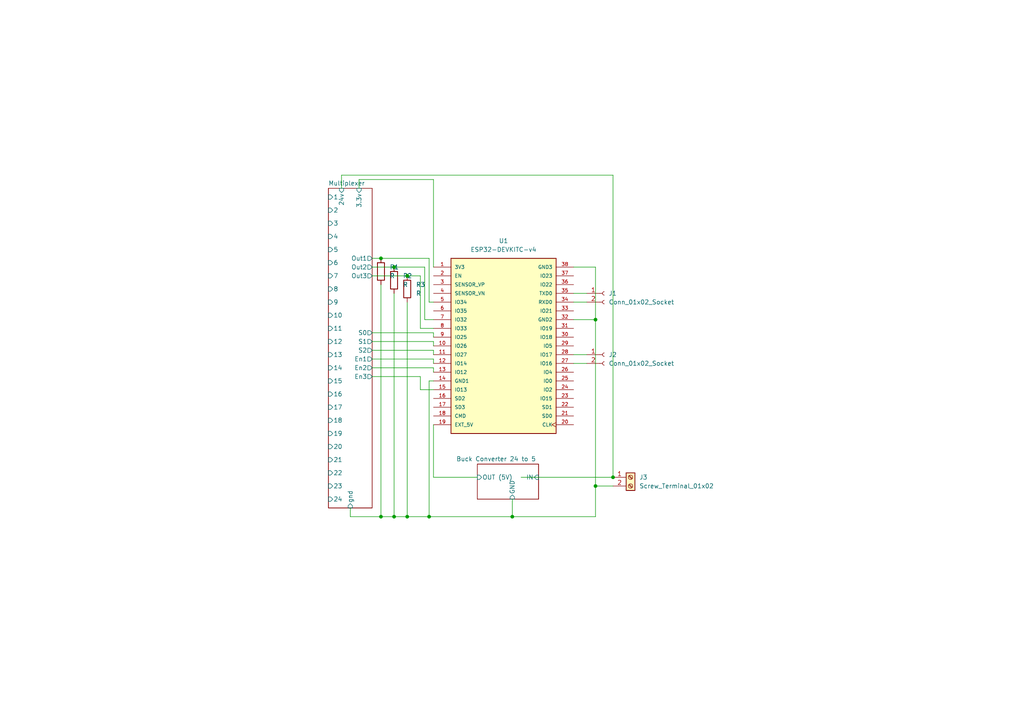
<source format=kicad_sch>
(kicad_sch
	(version 20231120)
	(generator "eeschema")
	(generator_version "8.0")
	(uuid "0f5a95b1-7aa6-4b01-ba70-4905cea68f54")
	(paper "A4")
	(title_block
		(title "Board Monitor Stock Nepel")
		(date "2025-04-21")
		(rev "3")
		(company "Oneject Indonesia")
	)
	(lib_symbols
		(symbol "Connector:Conn_01x02_Socket"
			(pin_names
				(offset 1.016) hide)
			(exclude_from_sim no)
			(in_bom yes)
			(on_board yes)
			(property "Reference" "J"
				(at 0 2.54 0)
				(effects
					(font
						(size 1.27 1.27)
					)
				)
			)
			(property "Value" "Conn_01x02_Socket"
				(at 0 -5.08 0)
				(effects
					(font
						(size 1.27 1.27)
					)
				)
			)
			(property "Footprint" ""
				(at 0 0 0)
				(effects
					(font
						(size 1.27 1.27)
					)
					(hide yes)
				)
			)
			(property "Datasheet" "~"
				(at 0 0 0)
				(effects
					(font
						(size 1.27 1.27)
					)
					(hide yes)
				)
			)
			(property "Description" "Generic connector, single row, 01x02, script generated"
				(at 0 0 0)
				(effects
					(font
						(size 1.27 1.27)
					)
					(hide yes)
				)
			)
			(property "ki_locked" ""
				(at 0 0 0)
				(effects
					(font
						(size 1.27 1.27)
					)
				)
			)
			(property "ki_keywords" "connector"
				(at 0 0 0)
				(effects
					(font
						(size 1.27 1.27)
					)
					(hide yes)
				)
			)
			(property "ki_fp_filters" "Connector*:*_1x??_*"
				(at 0 0 0)
				(effects
					(font
						(size 1.27 1.27)
					)
					(hide yes)
				)
			)
			(symbol "Conn_01x02_Socket_1_1"
				(arc
					(start 0 -2.032)
					(mid -0.5058 -2.54)
					(end 0 -3.048)
					(stroke
						(width 0.1524)
						(type default)
					)
					(fill
						(type none)
					)
				)
				(polyline
					(pts
						(xy -1.27 -2.54) (xy -0.508 -2.54)
					)
					(stroke
						(width 0.1524)
						(type default)
					)
					(fill
						(type none)
					)
				)
				(polyline
					(pts
						(xy -1.27 0) (xy -0.508 0)
					)
					(stroke
						(width 0.1524)
						(type default)
					)
					(fill
						(type none)
					)
				)
				(arc
					(start 0 0.508)
					(mid -0.5058 0)
					(end 0 -0.508)
					(stroke
						(width 0.1524)
						(type default)
					)
					(fill
						(type none)
					)
				)
				(pin passive line
					(at -5.08 0 0)
					(length 3.81)
					(name "Pin_1"
						(effects
							(font
								(size 1.27 1.27)
							)
						)
					)
					(number "1"
						(effects
							(font
								(size 1.27 1.27)
							)
						)
					)
				)
				(pin passive line
					(at -5.08 -2.54 0)
					(length 3.81)
					(name "Pin_2"
						(effects
							(font
								(size 1.27 1.27)
							)
						)
					)
					(number "2"
						(effects
							(font
								(size 1.27 1.27)
							)
						)
					)
				)
			)
		)
		(symbol "Connector:Screw_Terminal_01x02"
			(pin_names
				(offset 1.016) hide)
			(exclude_from_sim no)
			(in_bom yes)
			(on_board yes)
			(property "Reference" "J"
				(at 0 2.54 0)
				(effects
					(font
						(size 1.27 1.27)
					)
				)
			)
			(property "Value" "Screw_Terminal_01x02"
				(at 0 -5.08 0)
				(effects
					(font
						(size 1.27 1.27)
					)
				)
			)
			(property "Footprint" ""
				(at 0 0 0)
				(effects
					(font
						(size 1.27 1.27)
					)
					(hide yes)
				)
			)
			(property "Datasheet" "~"
				(at 0 0 0)
				(effects
					(font
						(size 1.27 1.27)
					)
					(hide yes)
				)
			)
			(property "Description" "Generic screw terminal, single row, 01x02, script generated (kicad-library-utils/schlib/autogen/connector/)"
				(at 0 0 0)
				(effects
					(font
						(size 1.27 1.27)
					)
					(hide yes)
				)
			)
			(property "ki_keywords" "screw terminal"
				(at 0 0 0)
				(effects
					(font
						(size 1.27 1.27)
					)
					(hide yes)
				)
			)
			(property "ki_fp_filters" "TerminalBlock*:*"
				(at 0 0 0)
				(effects
					(font
						(size 1.27 1.27)
					)
					(hide yes)
				)
			)
			(symbol "Screw_Terminal_01x02_1_1"
				(rectangle
					(start -1.27 1.27)
					(end 1.27 -3.81)
					(stroke
						(width 0.254)
						(type default)
					)
					(fill
						(type background)
					)
				)
				(circle
					(center 0 -2.54)
					(radius 0.635)
					(stroke
						(width 0.1524)
						(type default)
					)
					(fill
						(type none)
					)
				)
				(polyline
					(pts
						(xy -0.5334 -2.2098) (xy 0.3302 -3.048)
					)
					(stroke
						(width 0.1524)
						(type default)
					)
					(fill
						(type none)
					)
				)
				(polyline
					(pts
						(xy -0.5334 0.3302) (xy 0.3302 -0.508)
					)
					(stroke
						(width 0.1524)
						(type default)
					)
					(fill
						(type none)
					)
				)
				(polyline
					(pts
						(xy -0.3556 -2.032) (xy 0.508 -2.8702)
					)
					(stroke
						(width 0.1524)
						(type default)
					)
					(fill
						(type none)
					)
				)
				(polyline
					(pts
						(xy -0.3556 0.508) (xy 0.508 -0.3302)
					)
					(stroke
						(width 0.1524)
						(type default)
					)
					(fill
						(type none)
					)
				)
				(circle
					(center 0 0)
					(radius 0.635)
					(stroke
						(width 0.1524)
						(type default)
					)
					(fill
						(type none)
					)
				)
				(pin passive line
					(at -5.08 0 0)
					(length 3.81)
					(name "Pin_1"
						(effects
							(font
								(size 1.27 1.27)
							)
						)
					)
					(number "1"
						(effects
							(font
								(size 1.27 1.27)
							)
						)
					)
				)
				(pin passive line
					(at -5.08 -2.54 0)
					(length 3.81)
					(name "Pin_2"
						(effects
							(font
								(size 1.27 1.27)
							)
						)
					)
					(number "2"
						(effects
							(font
								(size 1.27 1.27)
							)
						)
					)
				)
			)
		)
		(symbol "Device:R"
			(pin_numbers hide)
			(pin_names
				(offset 0)
			)
			(exclude_from_sim no)
			(in_bom yes)
			(on_board yes)
			(property "Reference" "R"
				(at 2.032 0 90)
				(effects
					(font
						(size 1.27 1.27)
					)
				)
			)
			(property "Value" "R"
				(at 0 0 90)
				(effects
					(font
						(size 1.27 1.27)
					)
				)
			)
			(property "Footprint" ""
				(at -1.778 0 90)
				(effects
					(font
						(size 1.27 1.27)
					)
					(hide yes)
				)
			)
			(property "Datasheet" "~"
				(at 0 0 0)
				(effects
					(font
						(size 1.27 1.27)
					)
					(hide yes)
				)
			)
			(property "Description" "Resistor"
				(at 0 0 0)
				(effects
					(font
						(size 1.27 1.27)
					)
					(hide yes)
				)
			)
			(property "ki_keywords" "R res resistor"
				(at 0 0 0)
				(effects
					(font
						(size 1.27 1.27)
					)
					(hide yes)
				)
			)
			(property "ki_fp_filters" "R_*"
				(at 0 0 0)
				(effects
					(font
						(size 1.27 1.27)
					)
					(hide yes)
				)
			)
			(symbol "R_0_1"
				(rectangle
					(start -1.016 -2.54)
					(end 1.016 2.54)
					(stroke
						(width 0.254)
						(type default)
					)
					(fill
						(type none)
					)
				)
			)
			(symbol "R_1_1"
				(pin passive line
					(at 0 3.81 270)
					(length 1.27)
					(name "~"
						(effects
							(font
								(size 1.27 1.27)
							)
						)
					)
					(number "1"
						(effects
							(font
								(size 1.27 1.27)
							)
						)
					)
				)
				(pin passive line
					(at 0 -3.81 90)
					(length 1.27)
					(name "~"
						(effects
							(font
								(size 1.27 1.27)
							)
						)
					)
					(number "2"
						(effects
							(font
								(size 1.27 1.27)
							)
						)
					)
				)
			)
		)
		(symbol "esp32_board:ESP32-DEVKITC-v4"
			(pin_names
				(offset 1.016)
			)
			(exclude_from_sim no)
			(in_bom yes)
			(on_board yes)
			(property "Reference" "U"
				(at -15.2572 26.0643 0)
				(effects
					(font
						(size 1.27 1.27)
					)
					(justify left bottom)
				)
			)
			(property "Value" "ESP32-DEVKITC-v4"
				(at -9.398 0 0)
				(effects
					(font
						(size 1.27 1.27)
					)
					(justify left bottom)
				)
			)
			(property "Footprint" "ESP32-DEVKITC:MODULE_ESP32-DEVKITC"
				(at -58.928 39.116 0)
				(effects
					(font
						(size 1.27 1.27)
					)
					(justify bottom)
					(hide yes)
				)
			)
			(property "Datasheet" ""
				(at 0 0 0)
				(effects
					(font
						(size 1.27 1.27)
					)
					(hide yes)
				)
			)
			(property "Description" ""
				(at 0 0 0)
				(effects
					(font
						(size 1.27 1.27)
					)
					(hide yes)
				)
			)
			(property "MF" "Espressif Systems"
				(at 61.214 -4.572 0)
				(effects
					(font
						(size 1.27 1.27)
					)
					(justify bottom)
					(hide yes)
				)
			)
			(property "Description_1" "\n                        \n                            ESP32-WROOM-32UE series Transceiver; 802.11 b/g/n (Wi-Fi, WiFi, WLAN), Bluetooth ® Smart Ready 4.x Dual Mode Evaluation Board\n                        \n"
				(at -139.7 4.826 0)
				(effects
					(font
						(size 1.27 1.27)
					)
					(justify bottom)
					(hide yes)
				)
			)
			(property "Package" "None"
				(at 61.976 -22.86 0)
				(effects
					(font
						(size 1.27 1.27)
					)
					(justify bottom)
					(hide yes)
				)
			)
			(property "Price" "None"
				(at 53.848 -34.036 0)
				(effects
					(font
						(size 1.27 1.27)
					)
					(justify bottom)
					(hide yes)
				)
			)
			(property "Check_prices" "https://www.snapeda.com/parts/ESP32-DEVKITC/Espressif+Systems/view-part/?ref=eda"
				(at -139.7 4.826 0)
				(effects
					(font
						(size 1.27 1.27)
					)
					(justify bottom)
					(hide yes)
				)
			)
			(property "STANDARD" "Manufacturer Recommendations"
				(at 39.116 44.958 0)
				(effects
					(font
						(size 1.27 1.27)
					)
					(justify bottom)
					(hide yes)
				)
			)
			(property "PARTREV" "N/A"
				(at 63.5 40.894 0)
				(effects
					(font
						(size 1.27 1.27)
					)
					(justify bottom)
					(hide yes)
				)
			)
			(property "SnapEDA_Link" "https://www.snapeda.com/parts/ESP32-DEVKITC/Espressif+Systems/view-part/?ref=snap"
				(at -80.518 18.542 0)
				(effects
					(font
						(size 1.27 1.27)
					)
					(justify bottom)
					(hide yes)
				)
			)
			(property "MP" "ESP32-DEVKITC"
				(at -47.244 -18.796 0)
				(effects
					(font
						(size 1.27 1.27)
					)
					(justify bottom)
					(hide yes)
				)
			)
			(property "Availability" "In Stock"
				(at 19.558 43.688 0)
				(effects
					(font
						(size 1.27 1.27)
					)
					(justify bottom)
					(hide yes)
				)
			)
			(property "MANUFACTURER" "ESPRESSIF"
				(at -4.826 36.068 0)
				(effects
					(font
						(size 1.27 1.27)
					)
					(justify bottom)
					(hide yes)
				)
			)
			(symbol "ESP32-DEVKITC-v4_0_0"
				(rectangle
					(start -15.24 25.4)
					(end 15.24 -25.4)
					(stroke
						(width 0.254)
						(type default)
					)
					(fill
						(type background)
					)
				)
				(pin power_in line
					(at -20.32 22.86 0)
					(length 5.08)
					(name "3V3"
						(effects
							(font
								(size 1.016 1.016)
							)
						)
					)
					(number "1"
						(effects
							(font
								(size 1.016 1.016)
							)
						)
					)
				)
				(pin bidirectional line
					(at -20.32 0 0)
					(length 5.08)
					(name "IO26"
						(effects
							(font
								(size 1.016 1.016)
							)
						)
					)
					(number "10"
						(effects
							(font
								(size 1.016 1.016)
							)
						)
					)
				)
				(pin bidirectional line
					(at -20.32 -2.54 0)
					(length 5.08)
					(name "IO27"
						(effects
							(font
								(size 1.016 1.016)
							)
						)
					)
					(number "11"
						(effects
							(font
								(size 1.016 1.016)
							)
						)
					)
				)
				(pin bidirectional line
					(at -20.32 -5.08 0)
					(length 5.08)
					(name "IO14"
						(effects
							(font
								(size 1.016 1.016)
							)
						)
					)
					(number "12"
						(effects
							(font
								(size 1.016 1.016)
							)
						)
					)
				)
				(pin bidirectional line
					(at -20.32 -7.62 0)
					(length 5.08)
					(name "IO12"
						(effects
							(font
								(size 1.016 1.016)
							)
						)
					)
					(number "13"
						(effects
							(font
								(size 1.016 1.016)
							)
						)
					)
				)
				(pin power_in line
					(at -20.32 -10.16 0)
					(length 5.08)
					(name "GND1"
						(effects
							(font
								(size 1.016 1.016)
							)
						)
					)
					(number "14"
						(effects
							(font
								(size 1.016 1.016)
							)
						)
					)
				)
				(pin bidirectional line
					(at -20.32 -12.7 0)
					(length 5.08)
					(name "IO13"
						(effects
							(font
								(size 1.016 1.016)
							)
						)
					)
					(number "15"
						(effects
							(font
								(size 1.016 1.016)
							)
						)
					)
				)
				(pin bidirectional line
					(at -20.32 -15.24 0)
					(length 5.08)
					(name "SD2"
						(effects
							(font
								(size 1.016 1.016)
							)
						)
					)
					(number "16"
						(effects
							(font
								(size 1.016 1.016)
							)
						)
					)
				)
				(pin bidirectional line
					(at -20.32 -17.78 0)
					(length 5.08)
					(name "SD3"
						(effects
							(font
								(size 1.016 1.016)
							)
						)
					)
					(number "17"
						(effects
							(font
								(size 1.016 1.016)
							)
						)
					)
				)
				(pin bidirectional line
					(at -20.32 -20.32 0)
					(length 5.08)
					(name "CMD"
						(effects
							(font
								(size 1.016 1.016)
							)
						)
					)
					(number "18"
						(effects
							(font
								(size 1.016 1.016)
							)
						)
					)
				)
				(pin power_in line
					(at -20.32 -22.86 0)
					(length 5.08)
					(name "EXT_5V"
						(effects
							(font
								(size 1.016 1.016)
							)
						)
					)
					(number "19"
						(effects
							(font
								(size 1.016 1.016)
							)
						)
					)
				)
				(pin input line
					(at -20.32 20.32 0)
					(length 5.08)
					(name "EN"
						(effects
							(font
								(size 1.016 1.016)
							)
						)
					)
					(number "2"
						(effects
							(font
								(size 1.016 1.016)
							)
						)
					)
				)
				(pin input clock
					(at 20.32 -22.86 180)
					(length 5.08)
					(name "CLK"
						(effects
							(font
								(size 1.016 1.016)
							)
						)
					)
					(number "20"
						(effects
							(font
								(size 1.016 1.016)
							)
						)
					)
				)
				(pin bidirectional line
					(at 20.32 -20.32 180)
					(length 5.08)
					(name "SD0"
						(effects
							(font
								(size 1.016 1.016)
							)
						)
					)
					(number "21"
						(effects
							(font
								(size 1.016 1.016)
							)
						)
					)
				)
				(pin bidirectional line
					(at 20.32 -17.78 180)
					(length 5.08)
					(name "SD1"
						(effects
							(font
								(size 1.016 1.016)
							)
						)
					)
					(number "22"
						(effects
							(font
								(size 1.016 1.016)
							)
						)
					)
				)
				(pin bidirectional line
					(at 20.32 -15.24 180)
					(length 5.08)
					(name "IO15"
						(effects
							(font
								(size 1.016 1.016)
							)
						)
					)
					(number "23"
						(effects
							(font
								(size 1.016 1.016)
							)
						)
					)
				)
				(pin bidirectional line
					(at 20.32 -12.7 180)
					(length 5.08)
					(name "IO2"
						(effects
							(font
								(size 1.016 1.016)
							)
						)
					)
					(number "24"
						(effects
							(font
								(size 1.016 1.016)
							)
						)
					)
				)
				(pin bidirectional line
					(at 20.32 -10.16 180)
					(length 5.08)
					(name "IO0"
						(effects
							(font
								(size 1.016 1.016)
							)
						)
					)
					(number "25"
						(effects
							(font
								(size 1.016 1.016)
							)
						)
					)
				)
				(pin bidirectional line
					(at 20.32 -7.62 180)
					(length 5.08)
					(name "IO4"
						(effects
							(font
								(size 1.016 1.016)
							)
						)
					)
					(number "26"
						(effects
							(font
								(size 1.016 1.016)
							)
						)
					)
				)
				(pin bidirectional line
					(at 20.32 -5.08 180)
					(length 5.08)
					(name "IO16"
						(effects
							(font
								(size 1.016 1.016)
							)
						)
					)
					(number "27"
						(effects
							(font
								(size 1.016 1.016)
							)
						)
					)
				)
				(pin bidirectional line
					(at 20.32 -2.54 180)
					(length 5.08)
					(name "IO17"
						(effects
							(font
								(size 1.016 1.016)
							)
						)
					)
					(number "28"
						(effects
							(font
								(size 1.016 1.016)
							)
						)
					)
				)
				(pin bidirectional line
					(at 20.32 0 180)
					(length 5.08)
					(name "IO5"
						(effects
							(font
								(size 1.016 1.016)
							)
						)
					)
					(number "29"
						(effects
							(font
								(size 1.016 1.016)
							)
						)
					)
				)
				(pin input line
					(at -20.32 17.78 0)
					(length 5.08)
					(name "SENSOR_VP"
						(effects
							(font
								(size 1.016 1.016)
							)
						)
					)
					(number "3"
						(effects
							(font
								(size 1.016 1.016)
							)
						)
					)
				)
				(pin bidirectional line
					(at 20.32 2.54 180)
					(length 5.08)
					(name "IO18"
						(effects
							(font
								(size 1.016 1.016)
							)
						)
					)
					(number "30"
						(effects
							(font
								(size 1.016 1.016)
							)
						)
					)
				)
				(pin bidirectional line
					(at 20.32 5.08 180)
					(length 5.08)
					(name "IO19"
						(effects
							(font
								(size 1.016 1.016)
							)
						)
					)
					(number "31"
						(effects
							(font
								(size 1.016 1.016)
							)
						)
					)
				)
				(pin power_in line
					(at 20.32 7.62 180)
					(length 5.08)
					(name "GND2"
						(effects
							(font
								(size 1.016 1.016)
							)
						)
					)
					(number "32"
						(effects
							(font
								(size 1.016 1.016)
							)
						)
					)
				)
				(pin bidirectional line
					(at 20.32 10.16 180)
					(length 5.08)
					(name "IO21"
						(effects
							(font
								(size 1.016 1.016)
							)
						)
					)
					(number "33"
						(effects
							(font
								(size 1.016 1.016)
							)
						)
					)
				)
				(pin input line
					(at 20.32 12.7 180)
					(length 5.08)
					(name "RXD0"
						(effects
							(font
								(size 1.016 1.016)
							)
						)
					)
					(number "34"
						(effects
							(font
								(size 1.016 1.016)
							)
						)
					)
				)
				(pin output line
					(at 20.32 15.24 180)
					(length 5.08)
					(name "TXD0"
						(effects
							(font
								(size 1.016 1.016)
							)
						)
					)
					(number "35"
						(effects
							(font
								(size 1.016 1.016)
							)
						)
					)
				)
				(pin bidirectional line
					(at 20.32 17.78 180)
					(length 5.08)
					(name "IO22"
						(effects
							(font
								(size 1.016 1.016)
							)
						)
					)
					(number "36"
						(effects
							(font
								(size 1.016 1.016)
							)
						)
					)
				)
				(pin bidirectional line
					(at 20.32 20.32 180)
					(length 5.08)
					(name "IO23"
						(effects
							(font
								(size 1.016 1.016)
							)
						)
					)
					(number "37"
						(effects
							(font
								(size 1.016 1.016)
							)
						)
					)
				)
				(pin power_in line
					(at 20.32 22.86 180)
					(length 5.08)
					(name "GND3"
						(effects
							(font
								(size 1.016 1.016)
							)
						)
					)
					(number "38"
						(effects
							(font
								(size 1.016 1.016)
							)
						)
					)
				)
				(pin input line
					(at -20.32 15.24 0)
					(length 5.08)
					(name "SENSOR_VN"
						(effects
							(font
								(size 1.016 1.016)
							)
						)
					)
					(number "4"
						(effects
							(font
								(size 1.016 1.016)
							)
						)
					)
				)
				(pin bidirectional line
					(at -20.32 12.7 0)
					(length 5.08)
					(name "IO34"
						(effects
							(font
								(size 1.016 1.016)
							)
						)
					)
					(number "5"
						(effects
							(font
								(size 1.016 1.016)
							)
						)
					)
				)
				(pin bidirectional line
					(at -20.32 10.16 0)
					(length 5.08)
					(name "IO35"
						(effects
							(font
								(size 1.016 1.016)
							)
						)
					)
					(number "6"
						(effects
							(font
								(size 1.016 1.016)
							)
						)
					)
				)
				(pin bidirectional line
					(at -20.32 7.62 0)
					(length 5.08)
					(name "IO32"
						(effects
							(font
								(size 1.016 1.016)
							)
						)
					)
					(number "7"
						(effects
							(font
								(size 1.016 1.016)
							)
						)
					)
				)
				(pin bidirectional line
					(at -20.32 5.08 0)
					(length 5.08)
					(name "IO33"
						(effects
							(font
								(size 1.016 1.016)
							)
						)
					)
					(number "8"
						(effects
							(font
								(size 1.016 1.016)
							)
						)
					)
				)
				(pin bidirectional line
					(at -20.32 2.54 0)
					(length 5.08)
					(name "IO25"
						(effects
							(font
								(size 1.016 1.016)
							)
						)
					)
					(number "9"
						(effects
							(font
								(size 1.016 1.016)
							)
						)
					)
				)
			)
		)
	)
	(junction
		(at 110.49 74.93)
		(diameter 0)
		(color 0 0 0 0)
		(uuid "05633093-1ed2-4716-8521-58faec5c024b")
	)
	(junction
		(at 172.72 92.71)
		(diameter 0)
		(color 0 0 0 0)
		(uuid "0f7defdb-195c-40ab-aab4-69653e810f10")
	)
	(junction
		(at 114.3 77.47)
		(diameter 0)
		(color 0 0 0 0)
		(uuid "4f6440a0-1b7a-4d9c-92bb-315476214e28")
	)
	(junction
		(at 148.59 149.86)
		(diameter 0)
		(color 0 0 0 0)
		(uuid "7285b283-cf7d-43c7-8948-42ee2d78108c")
	)
	(junction
		(at 118.11 149.86)
		(diameter 0)
		(color 0 0 0 0)
		(uuid "72a3a6c1-c898-4bf7-bd29-bbd44cad4c92")
	)
	(junction
		(at 124.46 149.86)
		(diameter 0)
		(color 0 0 0 0)
		(uuid "847c4f27-40c1-4f47-93b6-a9db475b5498")
	)
	(junction
		(at 114.3 149.86)
		(diameter 0)
		(color 0 0 0 0)
		(uuid "9321735a-cd46-4233-9900-e1814ea332a0")
	)
	(junction
		(at 118.11 80.01)
		(diameter 0)
		(color 0 0 0 0)
		(uuid "c2644c44-821e-48fc-a58b-0e8fb31725f1")
	)
	(junction
		(at 177.8 138.43)
		(diameter 0)
		(color 0 0 0 0)
		(uuid "c8ab1b54-edf0-4725-a8d4-aa907295bf9e")
	)
	(junction
		(at 172.72 140.97)
		(diameter 0)
		(color 0 0 0 0)
		(uuid "efbb2bca-4a84-4f8d-bae5-5e7bb9852cd6")
	)
	(junction
		(at 110.49 149.86)
		(diameter 0)
		(color 0 0 0 0)
		(uuid "fe3517e9-7d54-4d07-b231-f0fe23449a97")
	)
	(wire
		(pts
			(xy 148.59 149.86) (xy 148.59 144.78)
		)
		(stroke
			(width 0)
			(type default)
		)
		(uuid "0329625f-0490-440b-bb40-31a2dbf16881")
	)
	(wire
		(pts
			(xy 172.72 140.97) (xy 177.8 140.97)
		)
		(stroke
			(width 0)
			(type default)
		)
		(uuid "05e4e31e-8e4d-4b13-bcee-8c2c9a18125f")
	)
	(wire
		(pts
			(xy 123.19 77.47) (xy 123.19 92.71)
		)
		(stroke
			(width 0)
			(type default)
		)
		(uuid "08d4b669-0a85-43b3-ae84-62ad59686a19")
	)
	(wire
		(pts
			(xy 107.95 101.6) (xy 125.73 101.6)
		)
		(stroke
			(width 0)
			(type default)
		)
		(uuid "0e8934b9-3c43-46ee-a715-79b9d8b13c38")
	)
	(wire
		(pts
			(xy 125.73 107.95) (xy 125.73 106.68)
		)
		(stroke
			(width 0)
			(type default)
		)
		(uuid "19ef4a72-4d7d-49ae-a937-289cfa552643")
	)
	(wire
		(pts
			(xy 101.6 149.86) (xy 110.49 149.86)
		)
		(stroke
			(width 0)
			(type default)
		)
		(uuid "26f257af-2335-41bb-8016-ac6e8d54da01")
	)
	(wire
		(pts
			(xy 177.8 138.43) (xy 177.8 50.8)
		)
		(stroke
			(width 0)
			(type default)
		)
		(uuid "2a35b9d7-07d2-4442-80ef-5d3bd0dcf165")
	)
	(wire
		(pts
			(xy 107.95 96.52) (xy 125.73 96.52)
		)
		(stroke
			(width 0)
			(type default)
		)
		(uuid "2c2e2587-c435-4bf9-a34b-0916836706d6")
	)
	(wire
		(pts
			(xy 107.95 109.22) (xy 121.92 109.22)
		)
		(stroke
			(width 0)
			(type default)
		)
		(uuid "2c529c76-3bfc-4947-bf47-a34e21b6d9ea")
	)
	(wire
		(pts
			(xy 170.18 105.41) (xy 166.37 105.41)
		)
		(stroke
			(width 0)
			(type default)
		)
		(uuid "33be8095-4307-4535-87a4-87ea1a34521d")
	)
	(wire
		(pts
			(xy 114.3 85.09) (xy 114.3 149.86)
		)
		(stroke
			(width 0)
			(type default)
		)
		(uuid "38f02225-a8d6-4cb1-8470-6febd7659c44")
	)
	(wire
		(pts
			(xy 107.95 77.47) (xy 114.3 77.47)
		)
		(stroke
			(width 0)
			(type default)
		)
		(uuid "442f65f9-c881-43df-ac83-c61882d08826")
	)
	(wire
		(pts
			(xy 121.92 80.01) (xy 121.92 95.25)
		)
		(stroke
			(width 0)
			(type default)
		)
		(uuid "541eb08c-74d3-4ab4-af11-dec61551a869")
	)
	(wire
		(pts
			(xy 125.73 99.06) (xy 125.73 100.33)
		)
		(stroke
			(width 0)
			(type default)
		)
		(uuid "541fab1e-dded-4f82-a212-8930d15827cd")
	)
	(wire
		(pts
			(xy 125.73 138.43) (xy 125.73 123.19)
		)
		(stroke
			(width 0)
			(type default)
		)
		(uuid "5c24b1a9-2acc-4ab3-928d-97e195ccf270")
	)
	(wire
		(pts
			(xy 107.95 80.01) (xy 118.11 80.01)
		)
		(stroke
			(width 0)
			(type default)
		)
		(uuid "6193889d-6753-4f54-8ed3-b5ad413a16a4")
	)
	(wire
		(pts
			(xy 114.3 149.86) (xy 118.11 149.86)
		)
		(stroke
			(width 0)
			(type default)
		)
		(uuid "638f8060-88ed-4943-8443-38496343bcc5")
	)
	(wire
		(pts
			(xy 166.37 77.47) (xy 172.72 77.47)
		)
		(stroke
			(width 0)
			(type default)
		)
		(uuid "6411a272-94b6-4386-a525-877a591c6a1e")
	)
	(wire
		(pts
			(xy 110.49 74.93) (xy 124.46 74.93)
		)
		(stroke
			(width 0)
			(type default)
		)
		(uuid "6bda29d0-e9f6-4662-8ac7-e8024fa5e1fb")
	)
	(wire
		(pts
			(xy 114.3 77.47) (xy 123.19 77.47)
		)
		(stroke
			(width 0)
			(type default)
		)
		(uuid "71e75343-f2eb-49fb-b20c-decd7ed634d5")
	)
	(wire
		(pts
			(xy 124.46 110.49) (xy 124.46 149.86)
		)
		(stroke
			(width 0)
			(type default)
		)
		(uuid "7418efc1-af8c-4c36-b974-520ace657226")
	)
	(wire
		(pts
			(xy 121.92 113.03) (xy 125.73 113.03)
		)
		(stroke
			(width 0)
			(type default)
		)
		(uuid "75eb6ffa-b58a-469c-a86e-7f823b7d617d")
	)
	(wire
		(pts
			(xy 121.92 95.25) (xy 125.73 95.25)
		)
		(stroke
			(width 0)
			(type default)
		)
		(uuid "7c38c376-6038-4600-80f2-65c0732e8d10")
	)
	(wire
		(pts
			(xy 99.06 50.8) (xy 177.8 50.8)
		)
		(stroke
			(width 0)
			(type default)
		)
		(uuid "84a816cd-cf80-4cec-94dd-32be07849012")
	)
	(wire
		(pts
			(xy 172.72 92.71) (xy 172.72 140.97)
		)
		(stroke
			(width 0)
			(type default)
		)
		(uuid "89a5b95c-0871-4095-9722-cb2d153cdace")
	)
	(wire
		(pts
			(xy 125.73 52.07) (xy 125.73 77.47)
		)
		(stroke
			(width 0)
			(type default)
		)
		(uuid "8baa7fe8-18b9-4d9d-866e-ccb5f3448b7d")
	)
	(wire
		(pts
			(xy 125.73 101.6) (xy 125.73 102.87)
		)
		(stroke
			(width 0)
			(type default)
		)
		(uuid "8eb87f15-4521-4ea4-815c-4007685cdeae")
	)
	(wire
		(pts
			(xy 104.14 52.07) (xy 125.73 52.07)
		)
		(stroke
			(width 0)
			(type default)
		)
		(uuid "9624099c-f591-430e-b0f3-d67ab478d592")
	)
	(wire
		(pts
			(xy 110.49 149.86) (xy 114.3 149.86)
		)
		(stroke
			(width 0)
			(type default)
		)
		(uuid "9f8c8969-da4f-4192-80c4-f75bcba46b86")
	)
	(wire
		(pts
			(xy 172.72 77.47) (xy 172.72 92.71)
		)
		(stroke
			(width 0)
			(type default)
		)
		(uuid "a180e52e-4356-42e5-ac1b-c5e40b2b0a0b")
	)
	(wire
		(pts
			(xy 107.95 74.93) (xy 110.49 74.93)
		)
		(stroke
			(width 0)
			(type default)
		)
		(uuid "a32eec00-113d-49bd-9cd3-e0ab1f9b5ee8")
	)
	(wire
		(pts
			(xy 125.73 105.41) (xy 125.73 104.14)
		)
		(stroke
			(width 0)
			(type default)
		)
		(uuid "a4346039-16a2-4eac-a718-a007348b04d4")
	)
	(wire
		(pts
			(xy 170.18 102.87) (xy 166.37 102.87)
		)
		(stroke
			(width 0)
			(type default)
		)
		(uuid "a669ef8e-b065-4332-8641-178b3c1d1f4e")
	)
	(wire
		(pts
			(xy 121.92 109.22) (xy 121.92 113.03)
		)
		(stroke
			(width 0)
			(type default)
		)
		(uuid "aa84f67a-4ef3-4302-8096-a52720782681")
	)
	(wire
		(pts
			(xy 125.73 96.52) (xy 125.73 97.79)
		)
		(stroke
			(width 0)
			(type default)
		)
		(uuid "abe5978a-0015-497e-a0df-53456301bd04")
	)
	(wire
		(pts
			(xy 118.11 149.86) (xy 124.46 149.86)
		)
		(stroke
			(width 0)
			(type default)
		)
		(uuid "af403e7a-8a88-4d63-95eb-65f61daca9a3")
	)
	(wire
		(pts
			(xy 124.46 87.63) (xy 125.73 87.63)
		)
		(stroke
			(width 0)
			(type default)
		)
		(uuid "b13bd214-a5e5-4360-b110-8c7334b75216")
	)
	(wire
		(pts
			(xy 172.72 140.97) (xy 172.72 149.86)
		)
		(stroke
			(width 0)
			(type default)
		)
		(uuid "b2620e11-e098-4deb-aad0-47725678f4e3")
	)
	(wire
		(pts
			(xy 166.37 85.09) (xy 170.18 85.09)
		)
		(stroke
			(width 0)
			(type default)
		)
		(uuid "b5e6364d-36cc-433a-8ffc-1dffa198ca2c")
	)
	(wire
		(pts
			(xy 107.95 104.14) (xy 125.73 104.14)
		)
		(stroke
			(width 0)
			(type default)
		)
		(uuid "c2d42ce0-f755-4c78-bbd8-5874d3d98e7f")
	)
	(wire
		(pts
			(xy 104.14 54.61) (xy 104.14 52.07)
		)
		(stroke
			(width 0)
			(type default)
		)
		(uuid "c5e7deae-b67c-49c8-8a92-e8d5e7b4aa48")
	)
	(wire
		(pts
			(xy 107.95 99.06) (xy 125.73 99.06)
		)
		(stroke
			(width 0)
			(type default)
		)
		(uuid "cc1f07c3-4c89-47b3-be06-b56184c43ae0")
	)
	(wire
		(pts
			(xy 124.46 74.93) (xy 124.46 87.63)
		)
		(stroke
			(width 0)
			(type default)
		)
		(uuid "d0b8758d-9b3d-465a-a717-1c4cd597e880")
	)
	(wire
		(pts
			(xy 172.72 92.71) (xy 166.37 92.71)
		)
		(stroke
			(width 0)
			(type default)
		)
		(uuid "da3342c1-caf1-429c-8549-003408f04d87")
	)
	(wire
		(pts
			(xy 166.37 87.63) (xy 170.18 87.63)
		)
		(stroke
			(width 0)
			(type default)
		)
		(uuid "ddf39dde-d747-4f8d-8cc0-a5ff27325453")
	)
	(wire
		(pts
			(xy 118.11 80.01) (xy 121.92 80.01)
		)
		(stroke
			(width 0)
			(type default)
		)
		(uuid "de5ab18f-26be-4313-a8ab-f457fac62850")
	)
	(wire
		(pts
			(xy 123.19 92.71) (xy 125.73 92.71)
		)
		(stroke
			(width 0)
			(type default)
		)
		(uuid "e3893020-49fd-4b1c-b27d-e92be3f58a43")
	)
	(wire
		(pts
			(xy 124.46 149.86) (xy 148.59 149.86)
		)
		(stroke
			(width 0)
			(type default)
		)
		(uuid "e50b963b-218a-407e-8e4e-9e2be23819d2")
	)
	(wire
		(pts
			(xy 107.95 106.68) (xy 125.73 106.68)
		)
		(stroke
			(width 0)
			(type default)
		)
		(uuid "e596bceb-38c1-4e2b-a212-ba5117027e3d")
	)
	(wire
		(pts
			(xy 151.13 138.43) (xy 177.8 138.43)
		)
		(stroke
			(width 0)
			(type default)
		)
		(uuid "eaa8dc22-88bc-4bc5-a4e1-13c8f4d05872")
	)
	(wire
		(pts
			(xy 118.11 87.63) (xy 118.11 149.86)
		)
		(stroke
			(width 0)
			(type default)
		)
		(uuid "eb52a7d8-f419-42f4-b20c-903a8e928f8d")
	)
	(wire
		(pts
			(xy 125.73 110.49) (xy 124.46 110.49)
		)
		(stroke
			(width 0)
			(type default)
		)
		(uuid "ec8953a8-af33-4fcc-a83f-b34b0d598122")
	)
	(wire
		(pts
			(xy 138.43 138.43) (xy 125.73 138.43)
		)
		(stroke
			(width 0)
			(type default)
		)
		(uuid "ee7225e8-9946-42ef-91bc-38a8222d74a4")
	)
	(wire
		(pts
			(xy 110.49 82.55) (xy 110.49 149.86)
		)
		(stroke
			(width 0)
			(type default)
		)
		(uuid "f0dbe857-11ff-4b1f-9d24-588287c0a7c6")
	)
	(wire
		(pts
			(xy 99.06 50.8) (xy 99.06 54.61)
		)
		(stroke
			(width 0)
			(type default)
		)
		(uuid "f53ae29e-6372-4b8d-8d38-53de91f15273")
	)
	(wire
		(pts
			(xy 148.59 149.86) (xy 172.72 149.86)
		)
		(stroke
			(width 0)
			(type default)
		)
		(uuid "f9786707-e874-467a-8515-9a8d182af35e")
	)
	(wire
		(pts
			(xy 101.6 147.32) (xy 101.6 149.86)
		)
		(stroke
			(width 0)
			(type default)
		)
		(uuid "fc408e1d-b4a0-4869-ae1c-b2ea4bfc40cd")
	)
	(symbol
		(lib_id "Connector:Screw_Terminal_01x02")
		(at 182.88 138.43 0)
		(unit 1)
		(exclude_from_sim no)
		(in_bom yes)
		(on_board yes)
		(dnp no)
		(fields_autoplaced yes)
		(uuid "2374d6b2-4496-4478-9381-dc347ca4b37b")
		(property "Reference" "J3"
			(at 185.42 138.4299 0)
			(effects
				(font
					(size 1.27 1.27)
				)
				(justify left)
			)
		)
		(property "Value" "Screw_Terminal_01x02"
			(at 185.42 140.9699 0)
			(effects
				(font
					(size 1.27 1.27)
				)
				(justify left)
			)
		)
		(property "Footprint" "lib_new:KF7.62_2P"
			(at 182.88 138.43 0)
			(effects
				(font
					(size 1.27 1.27)
				)
				(hide yes)
			)
		)
		(property "Datasheet" "~"
			(at 182.88 138.43 0)
			(effects
				(font
					(size 1.27 1.27)
				)
				(hide yes)
			)
		)
		(property "Description" "Generic screw terminal, single row, 01x02, script generated (kicad-library-utils/schlib/autogen/connector/)"
			(at 182.88 138.43 0)
			(effects
				(font
					(size 1.27 1.27)
				)
				(hide yes)
			)
		)
		(pin "2"
			(uuid "bbfd3b2d-d8d3-40a6-9658-153adf49ed92")
		)
		(pin "1"
			(uuid "7bfb7afa-dfd8-4b52-818d-027c7b5dd69e")
		)
		(instances
			(project ""
				(path "/0f5a95b1-7aa6-4b01-ba70-4905cea68f54"
					(reference "J3")
					(unit 1)
				)
			)
		)
	)
	(symbol
		(lib_id "esp32_board:ESP32-DEVKITC-v4")
		(at 146.05 100.33 0)
		(unit 1)
		(exclude_from_sim no)
		(in_bom yes)
		(on_board yes)
		(dnp no)
		(fields_autoplaced yes)
		(uuid "3383e86a-2e0b-485e-b209-a67eb1d6c882")
		(property "Reference" "U1"
			(at 146.05 69.85 0)
			(effects
				(font
					(size 1.27 1.27)
				)
			)
		)
		(property "Value" "ESP32-DEVKITC-v4"
			(at 146.05 72.39 0)
			(effects
				(font
					(size 1.27 1.27)
				)
			)
		)
		(property "Footprint" "Library:MODULE_ESP32-DEVKITC"
			(at 87.122 61.214 0)
			(effects
				(font
					(size 1.27 1.27)
				)
				(justify bottom)
				(hide yes)
			)
		)
		(property "Datasheet" ""
			(at 146.05 100.33 0)
			(effects
				(font
					(size 1.27 1.27)
				)
				(hide yes)
			)
		)
		(property "Description" ""
			(at 146.05 100.33 0)
			(effects
				(font
					(size 1.27 1.27)
				)
				(hide yes)
			)
		)
		(property "MF" "Espressif Systems"
			(at 207.264 104.902 0)
			(effects
				(font
					(size 1.27 1.27)
				)
				(justify bottom)
				(hide yes)
			)
		)
		(property "Description_1" "\n                        \n                            ESP32-WROOM-32UE series Transceiver; 802.11 b/g/n (Wi-Fi, WiFi, WLAN), Bluetooth ® Smart Ready 4.x Dual Mode Evaluation Board\n                        \n"
			(at 6.35 95.504 0)
			(effects
				(font
					(size 1.27 1.27)
				)
				(justify bottom)
				(hide yes)
			)
		)
		(property "Package" "None"
			(at 208.026 123.19 0)
			(effects
				(font
					(size 1.27 1.27)
				)
				(justify bottom)
				(hide yes)
			)
		)
		(property "Price" "None"
			(at 199.898 134.366 0)
			(effects
				(font
					(size 1.27 1.27)
				)
				(justify bottom)
				(hide yes)
			)
		)
		(property "Check_prices" "https://www.snapeda.com/parts/ESP32-DEVKITC/Espressif+Systems/view-part/?ref=eda"
			(at 6.35 95.504 0)
			(effects
				(font
					(size 1.27 1.27)
				)
				(justify bottom)
				(hide yes)
			)
		)
		(property "STANDARD" "Manufacturer Recommendations"
			(at 185.166 55.372 0)
			(effects
				(font
					(size 1.27 1.27)
				)
				(justify bottom)
				(hide yes)
			)
		)
		(property "PARTREV" "N/A"
			(at 209.55 59.436 0)
			(effects
				(font
					(size 1.27 1.27)
				)
				(justify bottom)
				(hide yes)
			)
		)
		(property "SnapEDA_Link" "https://www.snapeda.com/parts/ESP32-DEVKITC/Espressif+Systems/view-part/?ref=snap"
			(at 65.532 81.788 0)
			(effects
				(font
					(size 1.27 1.27)
				)
				(justify bottom)
				(hide yes)
			)
		)
		(property "MP" "ESP32-DEVKITC"
			(at 98.806 119.126 0)
			(effects
				(font
					(size 1.27 1.27)
				)
				(justify bottom)
				(hide yes)
			)
		)
		(property "Availability" "In Stock"
			(at 165.608 56.642 0)
			(effects
				(font
					(size 1.27 1.27)
				)
				(justify bottom)
				(hide yes)
			)
		)
		(property "MANUFACTURER" "ESPRESSIF"
			(at 141.224 64.262 0)
			(effects
				(font
					(size 1.27 1.27)
				)
				(justify bottom)
				(hide yes)
			)
		)
		(pin "36"
			(uuid "fff92222-2a3e-4a14-b47f-408bdfd44865")
		)
		(pin "37"
			(uuid "ea9d7a28-db1b-4f0a-bd2a-da5a6172ca01")
		)
		(pin "31"
			(uuid "8af61f33-9aa6-432b-953f-62af25968c97")
		)
		(pin "24"
			(uuid "622f1954-e10e-40a0-be89-86961a0f1f2f")
		)
		(pin "22"
			(uuid "c532a5fc-7217-4bdf-9b87-2ca90cba596a")
		)
		(pin "35"
			(uuid "079d8f84-d54e-41c7-a50f-ebc0c6a6f83b")
		)
		(pin "4"
			(uuid "b8030c2a-97da-4140-a7a4-8d442006895a")
		)
		(pin "19"
			(uuid "4299d560-0866-49cd-b607-145b44f21425")
		)
		(pin "2"
			(uuid "acba2272-c428-48ad-85ab-b6b024523db8")
		)
		(pin "33"
			(uuid "30b91508-dacc-4ffe-b762-766073ce4f24")
		)
		(pin "21"
			(uuid "2a9c0301-78a8-4823-a25f-dada9d84bf9c")
		)
		(pin "10"
			(uuid "1b53d363-c068-4176-97d3-edcb5bef58fc")
		)
		(pin "38"
			(uuid "9158e765-1698-4938-b7cd-c6b0fbdff06d")
		)
		(pin "5"
			(uuid "0b37dc8b-aee3-43e6-b5b7-0ac91a82c095")
		)
		(pin "6"
			(uuid "974ad257-f9cb-41be-8b32-4258a51deff6")
		)
		(pin "34"
			(uuid "8162d864-cef5-4750-b002-9b647b79f335")
		)
		(pin "9"
			(uuid "f7c7592b-25c1-4349-9988-c8a6629eab7c")
		)
		(pin "20"
			(uuid "19cd6377-24de-44f3-b021-6d814ee5af75")
		)
		(pin "30"
			(uuid "14ccd18c-6669-4e76-b19e-187336b5042a")
		)
		(pin "13"
			(uuid "9e189095-2f36-42fa-9308-29c580cf6fe6")
		)
		(pin "16"
			(uuid "4efaacf8-44cb-41d2-83a8-ad9d487b3974")
		)
		(pin "27"
			(uuid "c11f5e23-731a-4285-ab91-a2ba46a97828")
		)
		(pin "11"
			(uuid "c3e5065e-dab0-4bbf-8910-440f46d348cf")
		)
		(pin "12"
			(uuid "9c6d6c1b-1ff3-411c-8407-aa5f5b5efdf9")
		)
		(pin "18"
			(uuid "a85b16d9-3297-435d-9998-f46497d5a93c")
		)
		(pin "26"
			(uuid "47611652-49a7-4a9b-8b6d-b57380459268")
		)
		(pin "28"
			(uuid "bd92bd6a-94c5-40b4-ab36-fb9074b747e7")
		)
		(pin "15"
			(uuid "9c936c48-df3a-4902-aba0-17d4d95c5754")
		)
		(pin "25"
			(uuid "c0a47dfe-b575-44de-8c57-4ef6143342e6")
		)
		(pin "29"
			(uuid "b5f4e971-82c2-487e-bce5-e9c908efa810")
		)
		(pin "3"
			(uuid "522eba4e-e04f-4079-8adc-5b1ceb217c5d")
		)
		(pin "32"
			(uuid "d88f97df-ab29-45ef-917a-76bea662adee")
		)
		(pin "7"
			(uuid "09bef5e9-41c3-4b9d-99e7-57e2d055996e")
		)
		(pin "8"
			(uuid "cb0df465-224f-4dca-8de9-9d5b39532e99")
		)
		(pin "14"
			(uuid "f73ebc54-d9c8-44b4-bb09-cffd90b3edc4")
		)
		(pin "17"
			(uuid "a6da5439-6a93-4e60-8b43-0d6987510f1c")
		)
		(pin "1"
			(uuid "e13ee33e-578e-46e5-ac83-eb28c35c572f")
		)
		(pin "23"
			(uuid "38147552-1f8a-4ae9-9814-2702c2ae8adf")
		)
		(instances
			(project ""
				(path "/0f5a95b1-7aa6-4b01-ba70-4905cea68f54"
					(reference "U1")
					(unit 1)
				)
			)
		)
	)
	(symbol
		(lib_id "Connector:Conn_01x02_Socket")
		(at 175.26 102.87 0)
		(unit 1)
		(exclude_from_sim no)
		(in_bom yes)
		(on_board yes)
		(dnp no)
		(fields_autoplaced yes)
		(uuid "62155abc-6587-4d32-9615-01a513cfb8b8")
		(property "Reference" "J2"
			(at 176.53 102.8699 0)
			(effects
				(font
					(size 1.27 1.27)
				)
				(justify left)
			)
		)
		(property "Value" "Conn_01x02_Socket"
			(at 176.53 105.4099 0)
			(effects
				(font
					(size 1.27 1.27)
				)
				(justify left)
			)
		)
		(property "Footprint" "Connector_PinHeader_2.54mm:PinHeader_1x02_P2.54mm_Vertical"
			(at 175.26 102.87 0)
			(effects
				(font
					(size 1.27 1.27)
				)
				(hide yes)
			)
		)
		(property "Datasheet" "~"
			(at 175.26 102.87 0)
			(effects
				(font
					(size 1.27 1.27)
				)
				(hide yes)
			)
		)
		(property "Description" "Generic connector, single row, 01x02, script generated"
			(at 175.26 102.87 0)
			(effects
				(font
					(size 1.27 1.27)
				)
				(hide yes)
			)
		)
		(pin "1"
			(uuid "0ade3230-b0f4-4701-986e-80d15c186d5a")
		)
		(pin "2"
			(uuid "dd38c14d-49b8-45d2-bded-8f5a968abedd")
		)
		(instances
			(project "Another new one with 20 pin"
				(path "/0f5a95b1-7aa6-4b01-ba70-4905cea68f54"
					(reference "J2")
					(unit 1)
				)
			)
		)
	)
	(symbol
		(lib_id "Device:R")
		(at 118.11 83.82 180)
		(unit 1)
		(exclude_from_sim no)
		(in_bom yes)
		(on_board yes)
		(dnp no)
		(fields_autoplaced yes)
		(uuid "6221b500-d616-4497-9dae-d1bfe51faeec")
		(property "Reference" "R3"
			(at 120.65 82.5499 0)
			(effects
				(font
					(size 1.27 1.27)
				)
				(justify right)
			)
		)
		(property "Value" "R"
			(at 120.65 85.0899 0)
			(effects
				(font
					(size 1.27 1.27)
				)
				(justify right)
			)
		)
		(property "Footprint" "Resistor_SMD:R_1206_3216Metric_Pad1.30x1.75mm_HandSolder"
			(at 119.888 83.82 90)
			(effects
				(font
					(size 1.27 1.27)
				)
				(hide yes)
			)
		)
		(property "Datasheet" "~"
			(at 118.11 83.82 0)
			(effects
				(font
					(size 1.27 1.27)
				)
				(hide yes)
			)
		)
		(property "Description" "Resistor"
			(at 118.11 83.82 0)
			(effects
				(font
					(size 1.27 1.27)
				)
				(hide yes)
			)
		)
		(pin "1"
			(uuid "911241fe-c65a-4910-bdcd-5a684f7dda0e")
		)
		(pin "2"
			(uuid "b76e9e89-66d5-4e0e-a03d-7c1d920bb671")
		)
		(instances
			(project ""
				(path "/0f5a95b1-7aa6-4b01-ba70-4905cea68f54"
					(reference "R3")
					(unit 1)
				)
			)
		)
	)
	(symbol
		(lib_id "Connector:Conn_01x02_Socket")
		(at 175.26 85.09 0)
		(unit 1)
		(exclude_from_sim no)
		(in_bom yes)
		(on_board yes)
		(dnp no)
		(fields_autoplaced yes)
		(uuid "62f31579-9a02-433a-bbec-8f5ce296d8a1")
		(property "Reference" "J1"
			(at 176.53 85.0899 0)
			(effects
				(font
					(size 1.27 1.27)
				)
				(justify left)
			)
		)
		(property "Value" "Conn_01x02_Socket"
			(at 176.53 87.6299 0)
			(effects
				(font
					(size 1.27 1.27)
				)
				(justify left)
			)
		)
		(property "Footprint" "Connector_PinHeader_2.54mm:PinHeader_1x02_P2.54mm_Vertical"
			(at 175.26 85.09 0)
			(effects
				(font
					(size 1.27 1.27)
				)
				(hide yes)
			)
		)
		(property "Datasheet" "~"
			(at 175.26 85.09 0)
			(effects
				(font
					(size 1.27 1.27)
				)
				(hide yes)
			)
		)
		(property "Description" "Generic connector, single row, 01x02, script generated"
			(at 175.26 85.09 0)
			(effects
				(font
					(size 1.27 1.27)
				)
				(hide yes)
			)
		)
		(pin "1"
			(uuid "ef1d597a-8bfa-460e-8b06-f2eee1fea3c2")
		)
		(pin "2"
			(uuid "473e3213-d060-4478-bd9a-80d13b296296")
		)
		(instances
			(project ""
				(path "/0f5a95b1-7aa6-4b01-ba70-4905cea68f54"
					(reference "J1")
					(unit 1)
				)
			)
		)
	)
	(symbol
		(lib_id "Device:R")
		(at 110.49 78.74 180)
		(unit 1)
		(exclude_from_sim no)
		(in_bom yes)
		(on_board yes)
		(dnp no)
		(fields_autoplaced yes)
		(uuid "79af7e81-220e-4ea2-9a03-5ff0a51ea2f5")
		(property "Reference" "R1"
			(at 113.03 77.4699 0)
			(effects
				(font
					(size 1.27 1.27)
				)
				(justify right)
			)
		)
		(property "Value" "R"
			(at 113.03 80.0099 0)
			(effects
				(font
					(size 1.27 1.27)
				)
				(justify right)
			)
		)
		(property "Footprint" "Resistor_SMD:R_1206_3216Metric_Pad1.30x1.75mm_HandSolder"
			(at 112.268 78.74 90)
			(effects
				(font
					(size 1.27 1.27)
				)
				(hide yes)
			)
		)
		(property "Datasheet" "~"
			(at 110.49 78.74 0)
			(effects
				(font
					(size 1.27 1.27)
				)
				(hide yes)
			)
		)
		(property "Description" "Resistor"
			(at 110.49 78.74 0)
			(effects
				(font
					(size 1.27 1.27)
				)
				(hide yes)
			)
		)
		(pin "1"
			(uuid "911241fe-c65a-4910-bdcd-5a684f7dda0f")
		)
		(pin "2"
			(uuid "b76e9e89-66d5-4e0e-a03d-7c1d920bb672")
		)
		(instances
			(project ""
				(path "/0f5a95b1-7aa6-4b01-ba70-4905cea68f54"
					(reference "R1")
					(unit 1)
				)
			)
		)
	)
	(symbol
		(lib_id "Device:R")
		(at 114.3 81.28 180)
		(unit 1)
		(exclude_from_sim no)
		(in_bom yes)
		(on_board yes)
		(dnp no)
		(fields_autoplaced yes)
		(uuid "8078ee9d-fadb-42bd-b30d-98f1720d7207")
		(property "Reference" "R2"
			(at 116.84 80.0099 0)
			(effects
				(font
					(size 1.27 1.27)
				)
				(justify right)
			)
		)
		(property "Value" "R"
			(at 116.84 82.5499 0)
			(effects
				(font
					(size 1.27 1.27)
				)
				(justify right)
			)
		)
		(property "Footprint" "Resistor_SMD:R_1206_3216Metric_Pad1.30x1.75mm_HandSolder"
			(at 116.078 81.28 90)
			(effects
				(font
					(size 1.27 1.27)
				)
				(hide yes)
			)
		)
		(property "Datasheet" "~"
			(at 114.3 81.28 0)
			(effects
				(font
					(size 1.27 1.27)
				)
				(hide yes)
			)
		)
		(property "Description" "Resistor"
			(at 114.3 81.28 0)
			(effects
				(font
					(size 1.27 1.27)
				)
				(hide yes)
			)
		)
		(pin "1"
			(uuid "911241fe-c65a-4910-bdcd-5a684f7dda10")
		)
		(pin "2"
			(uuid "b76e9e89-66d5-4e0e-a03d-7c1d920bb673")
		)
		(instances
			(project ""
				(path "/0f5a95b1-7aa6-4b01-ba70-4905cea68f54"
					(reference "R2")
					(unit 1)
				)
			)
		)
	)
	(sheet
		(at 95.25 54.61)
		(size 12.7 92.71)
		(fields_autoplaced yes)
		(stroke
			(width 0.1524)
			(type solid)
		)
		(fill
			(color 0 0 0 0.0000)
		)
		(uuid "16c6de11-06d9-468c-af02-c471533a0beb")
		(property "Sheetname" "Multiplexer"
			(at 95.25 53.8984 0)
			(effects
				(font
					(size 1.27 1.27)
				)
				(justify left bottom)
			)
		)
		(property "Sheetfile" "Level shifter.kicad_sch"
			(at 95.25 147.9046 0)
			(effects
				(font
					(size 1.27 1.27)
				)
				(justify left top)
				(hide yes)
			)
		)
		(pin "gnd" input
			(at 101.6 147.32 270)
			(effects
				(font
					(size 1.27 1.27)
				)
				(justify left)
			)
			(uuid "fdb4c531-6206-4369-879c-d75ce79ece0f")
		)
		(pin "24" input
			(at 95.25 144.78 180)
			(effects
				(font
					(size 1.27 1.27)
				)
				(justify left)
			)
			(uuid "aa275a84-59dd-40e6-b660-6d2229452ab8")
		)
		(pin "Out1" output
			(at 107.95 74.93 0)
			(effects
				(font
					(size 1.27 1.27)
				)
				(justify right)
			)
			(uuid "c7af2f72-eb88-4d56-938f-2f6fd52b822d")
		)
		(pin "S1" output
			(at 107.95 99.06 0)
			(effects
				(font
					(size 1.27 1.27)
				)
				(justify right)
			)
			(uuid "c93627d8-7a47-472f-9401-a568c653307f")
		)
		(pin "En2" output
			(at 107.95 106.68 0)
			(effects
				(font
					(size 1.27 1.27)
				)
				(justify right)
			)
			(uuid "b8e5cb09-64e0-42c0-90df-e378d998c9c3")
		)
		(pin "S0" output
			(at 107.95 96.52 0)
			(effects
				(font
					(size 1.27 1.27)
				)
				(justify right)
			)
			(uuid "98a06586-dd52-4751-b8ff-2c812e6e0a18")
		)
		(pin "S2" output
			(at 107.95 101.6 0)
			(effects
				(font
					(size 1.27 1.27)
				)
				(justify right)
			)
			(uuid "35138d16-0fe9-4d02-939a-0fb89b46d709")
		)
		(pin "21" input
			(at 95.25 133.35 180)
			(effects
				(font
					(size 1.27 1.27)
				)
				(justify left)
			)
			(uuid "b7a078cb-8ca0-44c2-a960-b77dd75dc984")
		)
		(pin "22" input
			(at 95.25 137.16 180)
			(effects
				(font
					(size 1.27 1.27)
				)
				(justify left)
			)
			(uuid "bed7c841-8f80-4778-9e9b-27b8a52edaaf")
		)
		(pin "23" input
			(at 95.25 140.97 180)
			(effects
				(font
					(size 1.27 1.27)
				)
				(justify left)
			)
			(uuid "dea47fd7-daad-4816-bc61-63be35d98b8e")
		)
		(pin "19" input
			(at 95.25 125.73 180)
			(effects
				(font
					(size 1.27 1.27)
				)
				(justify left)
			)
			(uuid "69762595-684e-4b61-80f2-65f4ec6e3da1")
		)
		(pin "20" input
			(at 95.25 129.54 180)
			(effects
				(font
					(size 1.27 1.27)
				)
				(justify left)
			)
			(uuid "70a0063e-5eed-4fc8-bba4-6b95075f8d04")
		)
		(pin "16" input
			(at 95.25 114.3 180)
			(effects
				(font
					(size 1.27 1.27)
				)
				(justify left)
			)
			(uuid "65050a4b-0cee-464e-a096-82b1deb71098")
		)
		(pin "17" input
			(at 95.25 118.11 180)
			(effects
				(font
					(size 1.27 1.27)
				)
				(justify left)
			)
			(uuid "3a872a00-08b9-4359-87a2-9114ceb53bbe")
		)
		(pin "18" input
			(at 95.25 121.92 180)
			(effects
				(font
					(size 1.27 1.27)
				)
				(justify left)
			)
			(uuid "1f364e3f-ef84-4e39-827b-87f68776cabe")
		)
		(pin "15" input
			(at 95.25 110.49 180)
			(effects
				(font
					(size 1.27 1.27)
				)
				(justify left)
			)
			(uuid "5ff9beed-bb5c-4d5a-bb3a-a10107f21458")
		)
		(pin "En3" output
			(at 107.95 109.22 0)
			(effects
				(font
					(size 1.27 1.27)
				)
				(justify right)
			)
			(uuid "55af7108-c351-4893-88c1-0ac09c092524")
		)
		(pin "En1" output
			(at 107.95 104.14 0)
			(effects
				(font
					(size 1.27 1.27)
				)
				(justify right)
			)
			(uuid "ceb94246-2173-47a0-b301-20127de140d6")
		)
		(pin "5" input
			(at 95.25 72.39 180)
			(effects
				(font
					(size 1.27 1.27)
				)
				(justify left)
			)
			(uuid "4575e778-f442-49ca-bc91-afd23cb577b3")
		)
		(pin "6" input
			(at 95.25 76.2 180)
			(effects
				(font
					(size 1.27 1.27)
				)
				(justify left)
			)
			(uuid "a6fb77cf-331d-4ada-8c67-32289638f0d0")
		)
		(pin "24v" input
			(at 99.06 54.61 90)
			(effects
				(font
					(size 1.27 1.27)
				)
				(justify right)
			)
			(uuid "e72d6855-c7d1-429f-ab97-1afcdfed920e")
		)
		(pin "1" input
			(at 95.25 57.15 180)
			(effects
				(font
					(size 1.27 1.27)
				)
				(justify left)
			)
			(uuid "368b90a1-05a6-4600-af2b-0e212fb5f52b")
		)
		(pin "2" input
			(at 95.25 60.96 180)
			(effects
				(font
					(size 1.27 1.27)
				)
				(justify left)
			)
			(uuid "6f6be108-2ee9-4aba-9a4e-b091b7adacdd")
		)
		(pin "4" input
			(at 95.25 68.58 180)
			(effects
				(font
					(size 1.27 1.27)
				)
				(justify left)
			)
			(uuid "5725416f-9b71-4ef7-a7ef-747fb390b6d1")
		)
		(pin "3" input
			(at 95.25 64.77 180)
			(effects
				(font
					(size 1.27 1.27)
				)
				(justify left)
			)
			(uuid "910bf835-8405-4038-a342-503f5944a12a")
		)
		(pin "13" input
			(at 95.25 102.87 180)
			(effects
				(font
					(size 1.27 1.27)
				)
				(justify left)
			)
			(uuid "6d1b2857-71a4-43be-94e4-5fded862e63b")
		)
		(pin "14" input
			(at 95.25 106.68 180)
			(effects
				(font
					(size 1.27 1.27)
				)
				(justify left)
			)
			(uuid "62157664-37ce-4f9c-89e8-c1ea6ba103fd")
		)
		(pin "12" input
			(at 95.25 99.06 180)
			(effects
				(font
					(size 1.27 1.27)
				)
				(justify left)
			)
			(uuid "7db4eb5c-b791-456e-8ae2-e708d70a8025")
		)
		(pin "11" input
			(at 95.25 95.25 180)
			(effects
				(font
					(size 1.27 1.27)
				)
				(justify left)
			)
			(uuid "cc54ebe4-0bbf-4cce-bfe4-5ccdfc4eaa9d")
		)
		(pin "10" input
			(at 95.25 91.44 180)
			(effects
				(font
					(size 1.27 1.27)
				)
				(justify left)
			)
			(uuid "854ad203-f194-4b30-8e0e-238863296310")
		)
		(pin "9" input
			(at 95.25 87.63 180)
			(effects
				(font
					(size 1.27 1.27)
				)
				(justify left)
			)
			(uuid "c804516c-a22b-4437-928e-110459659b64")
		)
		(pin "8" input
			(at 95.25 83.82 180)
			(effects
				(font
					(size 1.27 1.27)
				)
				(justify left)
			)
			(uuid "8087de0d-ac9e-4d54-a536-e9ea0e89629f")
		)
		(pin "7" input
			(at 95.25 80.01 180)
			(effects
				(font
					(size 1.27 1.27)
				)
				(justify left)
			)
			(uuid "564643a7-b9d1-4fa4-a750-82db62507459")
		)
		(pin "Out2" output
			(at 107.95 77.47 0)
			(effects
				(font
					(size 1.27 1.27)
				)
				(justify right)
			)
			(uuid "e207aa22-2180-40d8-98cb-9c21c41e1345")
		)
		(pin "Out3" output
			(at 107.95 80.01 0)
			(effects
				(font
					(size 1.27 1.27)
				)
				(justify right)
			)
			(uuid "02fece1a-daf7-4de3-aa17-a62db98a4da5")
		)
		(pin "3.3v" input
			(at 104.14 54.61 90)
			(effects
				(font
					(size 1.27 1.27)
				)
				(justify right)
			)
			(uuid "0eb0cafb-1a89-44e3-9778-9daea42792e9")
		)
		(instances
			(project "Another new one with 20 pin"
				(path "/0f5a95b1-7aa6-4b01-ba70-4905cea68f54"
					(page "3")
				)
			)
		)
	)
	(sheet
		(at 138.43 134.62)
		(size 17.78 10.16)
		(stroke
			(width 0.1524)
			(type solid)
		)
		(fill
			(color 0 0 0 0.0000)
		)
		(uuid "7ae5f626-3225-4aef-9f1c-3ac41fdd0247")
		(property "Sheetname" "Buck Converter 24 to 5"
			(at 132.334 133.858 0)
			(effects
				(font
					(size 1.27 1.27)
				)
				(justify left bottom)
			)
		)
		(property "Sheetfile" "Buck Converter.kicad_sch"
			(at 138.43 145.3646 0)
			(effects
				(font
					(size 1.27 1.27)
				)
				(justify left top)
				(hide yes)
			)
		)
		(pin "GND" input
			(at 148.59 144.78 270)
			(effects
				(font
					(size 1.27 1.27)
				)
				(justify left)
			)
			(uuid "327a2e7a-21d0-4950-87dd-67488289ff3b")
		)
		(pin "IN" input
			(at 156.21 138.43 0)
			(effects
				(font
					(size 1.27 1.27)
				)
				(justify right)
			)
			(uuid "a8c447f2-2507-40f6-9bb1-2e788f8603f8")
		)
		(pin "OUT (5V)" input
			(at 138.43 138.43 180)
			(effects
				(font
					(size 1.27 1.27)
				)
				(justify left)
			)
			(uuid "00f9133f-2f16-4430-bcc0-fe0f2766e100")
		)
		(instances
			(project "Another new one with 20 pin"
				(path "/0f5a95b1-7aa6-4b01-ba70-4905cea68f54"
					(page "2")
				)
			)
		)
	)
	(sheet_instances
		(path "/"
			(page "1")
		)
	)
)

</source>
